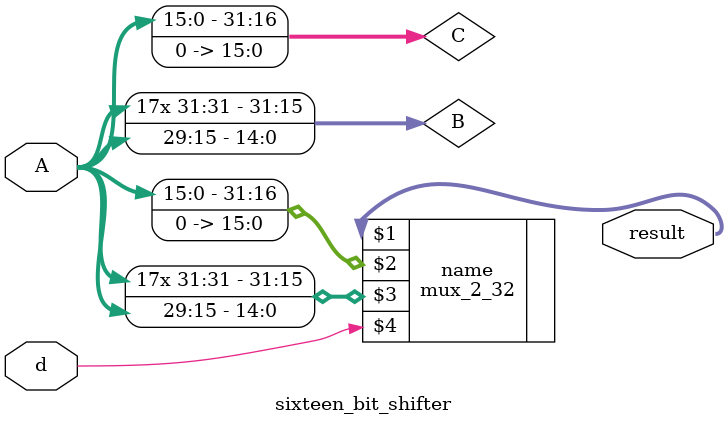
<source format=v>
module sixteen_bit_shifter(A, d, result);
	
	input [31:0] A;
	input d;
	output[31:0] result;
	wire [31:0] B, C;

	assign B[31] = A[31];
	assign B[30] = A[31];
	assign B[29] = A[31];
	assign B[28] = A[31]; 
	assign B[27] = A[31];
	assign B[26] = A[31]; 
	assign B[25] = A[31];
	assign B[24] = A[31]; 
	assign B[23] = A[31];
	assign B[22] = A[31]; 
	assign B[21] = A[31];
	assign B[20] = A[31]; 
	assign B[19] = A[31];
	assign B[18] = A[31]; 
	assign B[17] = A[31];
	assign B[16] = A[31]; 
	assign B[15] = A[31];
	assign B[14] = A[29]; 
	assign B[13] = A[28];
	assign B[12] = A[27]; 
	assign B[11] = A[26];
	assign B[10] = A[25]; 
	assign B[9] = A[24];
	assign B[8] = A[23]; 
	assign B[7] = A[22];
	assign B[6] = A[21]; 
	assign B[5] = A[20];
	assign B[4] = A[19];
	assign B[3] = A[18];
	assign B[2] = A[17]; 
	assign B[1] = A[16];
	assign B[0] = A[15]; 

	assign C[31] = A[15];
	assign C[30] = A[14];
	assign C[29] = A[13];
	assign C[28] = A[12]; 
	assign C[27] = A[11];
	assign C[26] = A[10]; 
	assign C[25] = A[9];
	assign C[24] = A[8]; 
	assign C[23] = A[7];
	assign C[22] = A[6]; 
	assign C[21] = A[5];
	assign C[20] = A[4]; 
	assign C[19] = A[3];
	assign C[18] = A[2]; 
	assign C[17] = A[1];
	assign C[16] = A[0]; 
	assign C[15] = 1'b0;
	assign C[14] = 1'b0; 
	assign C[13] = 1'b0;
	assign C[12] = 1'b0; 
	assign C[11] = 1'b0;
	assign C[10] = 1'b0; 
	assign C[9] = 1'b0;
	assign C[8] = 1'b0; 
	assign C[7] = 1'b0;
	assign C[6] = 1'b0; 
	assign C[5] = 1'b0;
	assign C[4] = 1'b0;
	assign C[3] = 1'b0;
	assign C[2] = 1'b0; 
	assign C[1] = 1'b0;
	assign C[0] = 1'b0; 

	mux_2_32 name(result, C, B, d);


endmodule
</source>
